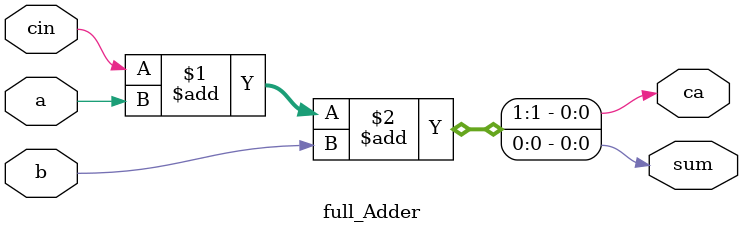
<source format=v>
module full_Adder (a,b,cin,sum, ca);
input a, b,cin;
output sum, ca;
	// assign sum = a ^ b;
	// assign ca  = a&b;
    assign {ca,sum} =  cin + a + b;
endmodule
</source>
